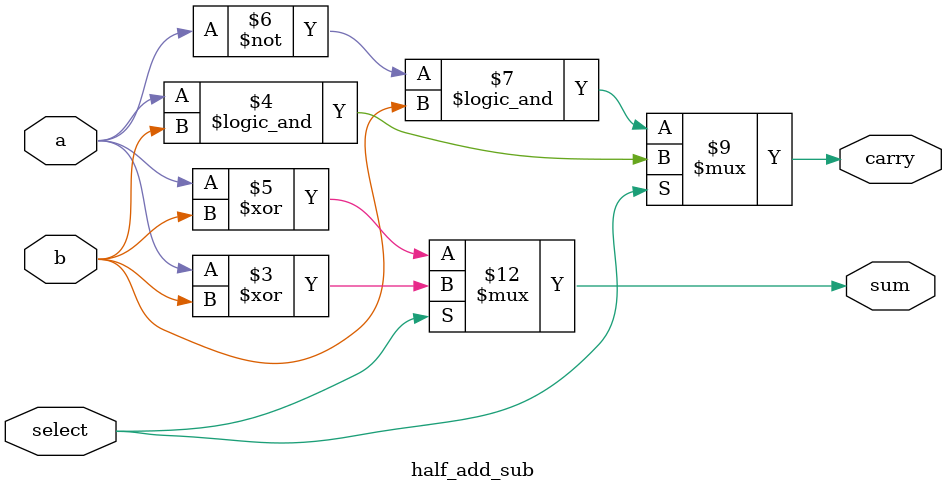
<source format=v>
module half_add_sub(
	input a,b,
	input select, //select = 1 -> add, select = 2->sub
	output reg sum,
	output reg carry
);

always@(*)
	begin
		if (select == 1'b1) begin
			sum = a^b;
			carry = a&&b;
			
		end else begin
			sum = a^b;
			carry = (~a)&&b;
		end
	end
	
endmodule
				

</source>
